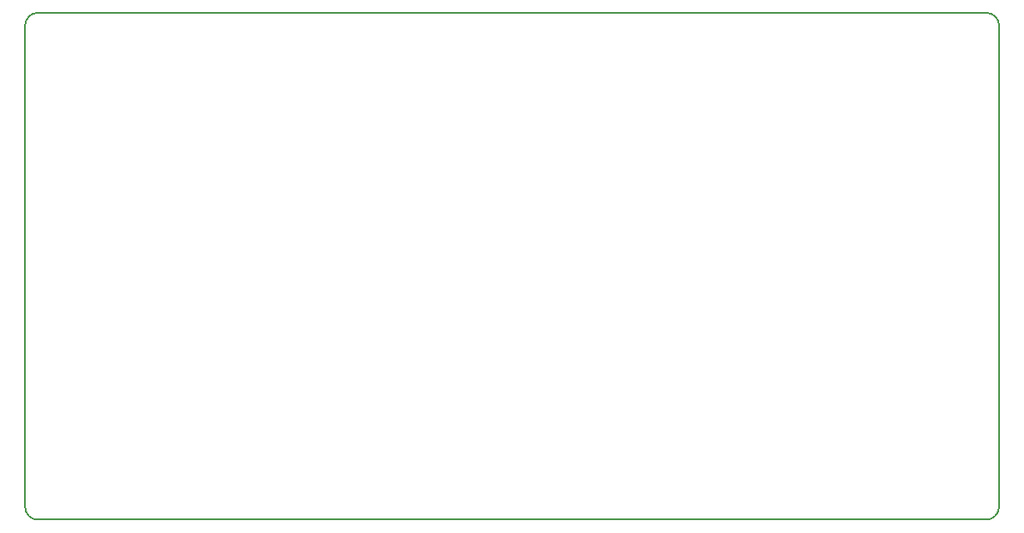
<source format=gko>
G04*
G04 #@! TF.GenerationSoftware,Altium Limited,Altium Designer,23.10.1 (27)*
G04*
G04 Layer_Color=16711935*
%FSLAX25Y25*%
%MOIN*%
G70*
G04*
G04 #@! TF.SameCoordinates,32BCE259-89C5-4998-93CB-A9973C1CCBB0*
G04*
G04*
G04 #@! TF.FilePolarity,Positive*
G04*
G01*
G75*
%ADD11C,0.00500*%
D11*
X377953Y191850D02*
G03*
X372953Y196850I-5000J0D01*
G01*
X0Y5000D02*
G03*
X5000Y0I5000J0D01*
G01*
Y196850D02*
G03*
X0Y191850I0J-5000D01*
G01*
X372953Y0D02*
G03*
X377953Y5000I0J5000D01*
G01*
X5000Y196850D02*
X372953D01*
X377953Y145138D02*
Y191850D01*
Y51713D02*
Y145138D01*
X6000Y0D02*
X372953D01*
X0Y5000D02*
Y191850D01*
X5000Y0D02*
X6000D01*
X377953Y5000D02*
Y51713D01*
M02*

</source>
